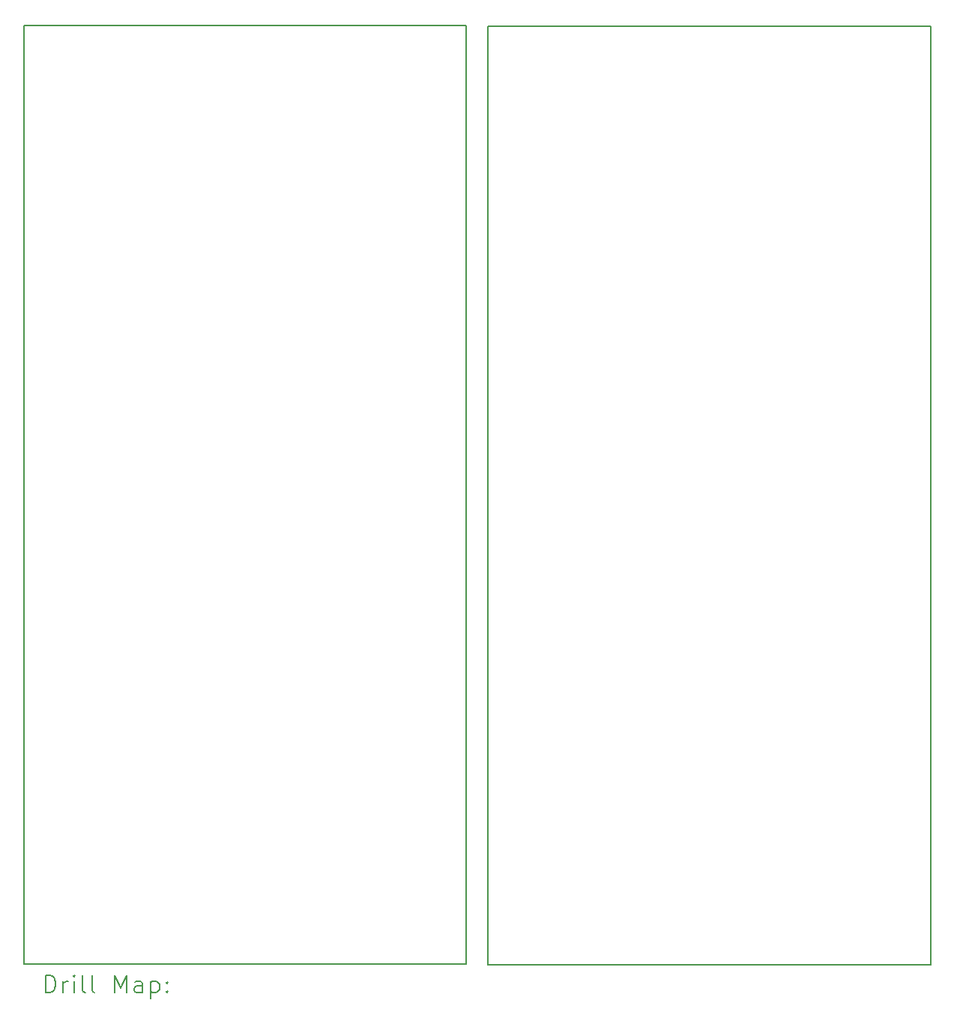
<source format=gbr>
%FSLAX45Y45*%
G04 Gerber Fmt 4.5, Leading zero omitted, Abs format (unit mm)*
G04 Created by KiCad (PCBNEW (6.0.0-0)) date 2022-10-28 21:20:10*
%MOMM*%
%LPD*%
G01*
G04 APERTURE LIST*
%TA.AperFunction,Profile*%
%ADD10C,0.200000*%
%TD*%
%ADD11C,0.200000*%
G04 APERTURE END LIST*
D10*
X8803000Y-27251080D02*
X13803000Y-27251080D01*
X13803000Y-27251080D02*
X13803000Y-37851080D01*
X13803000Y-37851080D02*
X8803000Y-37851080D01*
X8803000Y-37851080D02*
X8803000Y-27251080D01*
X3556000Y-27246000D02*
X8556000Y-27246000D01*
X8556000Y-27246000D02*
X8556000Y-37846000D01*
X8556000Y-37846000D02*
X3556000Y-37846000D01*
X3556000Y-37846000D02*
X3556000Y-27246000D01*
D11*
X3803619Y-38171556D02*
X3803619Y-37971556D01*
X3851238Y-37971556D01*
X3879809Y-37981080D01*
X3898857Y-38000128D01*
X3908381Y-38019175D01*
X3917905Y-38057270D01*
X3917905Y-38085842D01*
X3908381Y-38123937D01*
X3898857Y-38142985D01*
X3879809Y-38162032D01*
X3851238Y-38171556D01*
X3803619Y-38171556D01*
X4003619Y-38171556D02*
X4003619Y-38038223D01*
X4003619Y-38076318D02*
X4013143Y-38057270D01*
X4022667Y-38047747D01*
X4041714Y-38038223D01*
X4060762Y-38038223D01*
X4127428Y-38171556D02*
X4127428Y-38038223D01*
X4127428Y-37971556D02*
X4117905Y-37981080D01*
X4127428Y-37990604D01*
X4136952Y-37981080D01*
X4127428Y-37971556D01*
X4127428Y-37990604D01*
X4251238Y-38171556D02*
X4232190Y-38162032D01*
X4222667Y-38142985D01*
X4222667Y-37971556D01*
X4356000Y-38171556D02*
X4336952Y-38162032D01*
X4327429Y-38142985D01*
X4327429Y-37971556D01*
X4584571Y-38171556D02*
X4584571Y-37971556D01*
X4651238Y-38114413D01*
X4717905Y-37971556D01*
X4717905Y-38171556D01*
X4898857Y-38171556D02*
X4898857Y-38066794D01*
X4889333Y-38047747D01*
X4870286Y-38038223D01*
X4832190Y-38038223D01*
X4813143Y-38047747D01*
X4898857Y-38162032D02*
X4879810Y-38171556D01*
X4832190Y-38171556D01*
X4813143Y-38162032D01*
X4803619Y-38142985D01*
X4803619Y-38123937D01*
X4813143Y-38104890D01*
X4832190Y-38095366D01*
X4879810Y-38095366D01*
X4898857Y-38085842D01*
X4994095Y-38038223D02*
X4994095Y-38238223D01*
X4994095Y-38047747D02*
X5013143Y-38038223D01*
X5051238Y-38038223D01*
X5070286Y-38047747D01*
X5079810Y-38057270D01*
X5089333Y-38076318D01*
X5089333Y-38133461D01*
X5079810Y-38152509D01*
X5070286Y-38162032D01*
X5051238Y-38171556D01*
X5013143Y-38171556D01*
X4994095Y-38162032D01*
X5175048Y-38152509D02*
X5184571Y-38162032D01*
X5175048Y-38171556D01*
X5165524Y-38162032D01*
X5175048Y-38152509D01*
X5175048Y-38171556D01*
X5175048Y-38047747D02*
X5184571Y-38057270D01*
X5175048Y-38066794D01*
X5165524Y-38057270D01*
X5175048Y-38047747D01*
X5175048Y-38066794D01*
M02*

</source>
